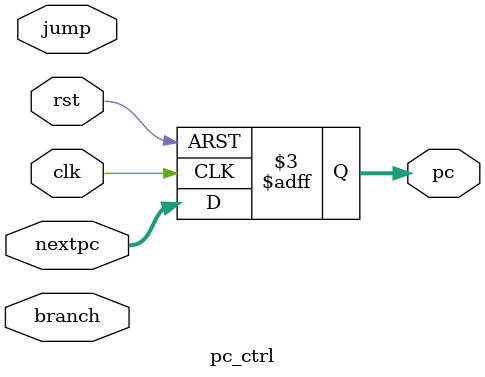
<source format=v>
module pc_ctrl(//합성-확인됨
    input rst,clk,jump,branch,
    input [12:0] nextpc,
    output reg [12:0] pc
);

    always @(negedge rst,posedge clk) begin
        if (~rst) begin
            pc<=13'd0;
        end
        else begin
            pc<=nextpc;
            pc<=nextpc;

        end
    end

endmodule
</source>
